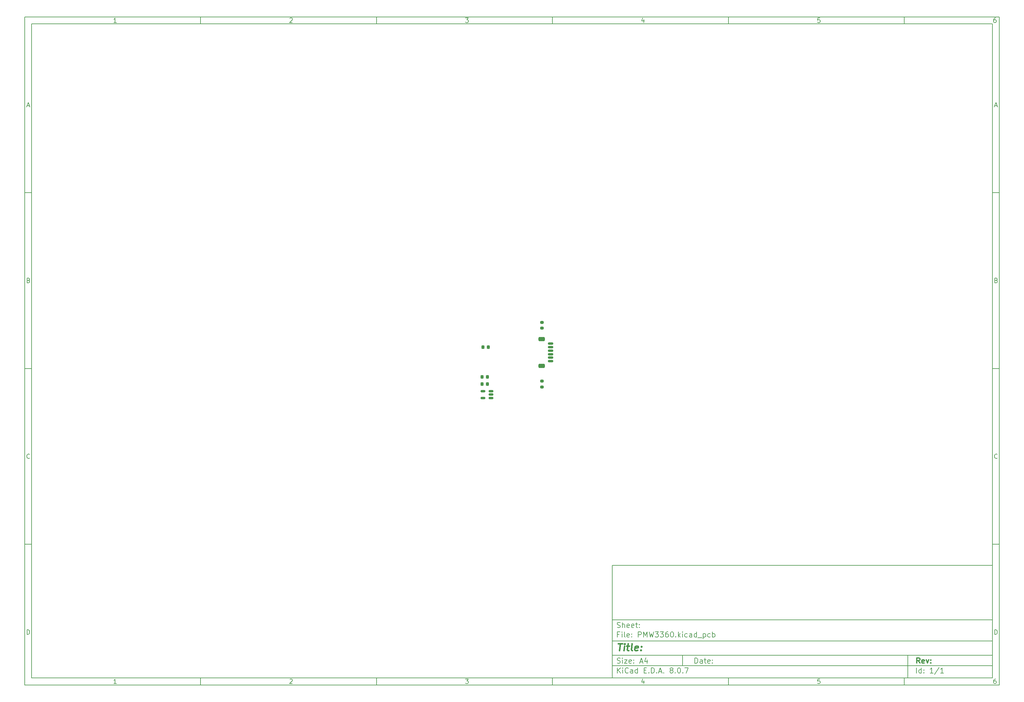
<source format=gbr>
%TF.GenerationSoftware,KiCad,Pcbnew,8.0.7*%
%TF.CreationDate,2024-12-27T17:18:50-08:00*%
%TF.ProjectId,PMW3360,504d5733-3336-4302-9e6b-696361645f70,rev?*%
%TF.SameCoordinates,Original*%
%TF.FileFunction,Paste,Top*%
%TF.FilePolarity,Positive*%
%FSLAX46Y46*%
G04 Gerber Fmt 4.6, Leading zero omitted, Abs format (unit mm)*
G04 Created by KiCad (PCBNEW 8.0.7) date 2024-12-27 17:18:50*
%MOMM*%
%LPD*%
G01*
G04 APERTURE LIST*
G04 Aperture macros list*
%AMRoundRect*
0 Rectangle with rounded corners*
0 $1 Rounding radius*
0 $2 $3 $4 $5 $6 $7 $8 $9 X,Y pos of 4 corners*
0 Add a 4 corners polygon primitive as box body*
4,1,4,$2,$3,$4,$5,$6,$7,$8,$9,$2,$3,0*
0 Add four circle primitives for the rounded corners*
1,1,$1+$1,$2,$3*
1,1,$1+$1,$4,$5*
1,1,$1+$1,$6,$7*
1,1,$1+$1,$8,$9*
0 Add four rect primitives between the rounded corners*
20,1,$1+$1,$2,$3,$4,$5,0*
20,1,$1+$1,$4,$5,$6,$7,0*
20,1,$1+$1,$6,$7,$8,$9,0*
20,1,$1+$1,$8,$9,$2,$3,0*%
G04 Aperture macros list end*
%ADD10C,0.100000*%
%ADD11C,0.150000*%
%ADD12C,0.300000*%
%ADD13C,0.400000*%
%ADD14RoundRect,0.150000X0.625000X-0.150000X0.625000X0.150000X-0.625000X0.150000X-0.625000X-0.150000X0*%
%ADD15RoundRect,0.250000X0.650000X-0.350000X0.650000X0.350000X-0.650000X0.350000X-0.650000X-0.350000X0*%
%ADD16RoundRect,0.200000X-0.275000X0.200000X-0.275000X-0.200000X0.275000X-0.200000X0.275000X0.200000X0*%
%ADD17RoundRect,0.225000X-0.225000X-0.250000X0.225000X-0.250000X0.225000X0.250000X-0.225000X0.250000X0*%
%ADD18RoundRect,0.150000X0.512500X0.150000X-0.512500X0.150000X-0.512500X-0.150000X0.512500X-0.150000X0*%
%ADD19RoundRect,0.225000X0.225000X0.250000X-0.225000X0.250000X-0.225000X-0.250000X0.225000X-0.250000X0*%
G04 APERTURE END LIST*
D10*
D11*
X177002200Y-166007200D02*
X285002200Y-166007200D01*
X285002200Y-198007200D01*
X177002200Y-198007200D01*
X177002200Y-166007200D01*
D10*
D11*
X10000000Y-10000000D02*
X287002200Y-10000000D01*
X287002200Y-200007200D01*
X10000000Y-200007200D01*
X10000000Y-10000000D01*
D10*
D11*
X12000000Y-12000000D02*
X285002200Y-12000000D01*
X285002200Y-198007200D01*
X12000000Y-198007200D01*
X12000000Y-12000000D01*
D10*
D11*
X60000000Y-12000000D02*
X60000000Y-10000000D01*
D10*
D11*
X110000000Y-12000000D02*
X110000000Y-10000000D01*
D10*
D11*
X160000000Y-12000000D02*
X160000000Y-10000000D01*
D10*
D11*
X210000000Y-12000000D02*
X210000000Y-10000000D01*
D10*
D11*
X260000000Y-12000000D02*
X260000000Y-10000000D01*
D10*
D11*
X36089160Y-11593604D02*
X35346303Y-11593604D01*
X35717731Y-11593604D02*
X35717731Y-10293604D01*
X35717731Y-10293604D02*
X35593922Y-10479319D01*
X35593922Y-10479319D02*
X35470112Y-10603128D01*
X35470112Y-10603128D02*
X35346303Y-10665033D01*
D10*
D11*
X85346303Y-10417414D02*
X85408207Y-10355509D01*
X85408207Y-10355509D02*
X85532017Y-10293604D01*
X85532017Y-10293604D02*
X85841541Y-10293604D01*
X85841541Y-10293604D02*
X85965350Y-10355509D01*
X85965350Y-10355509D02*
X86027255Y-10417414D01*
X86027255Y-10417414D02*
X86089160Y-10541223D01*
X86089160Y-10541223D02*
X86089160Y-10665033D01*
X86089160Y-10665033D02*
X86027255Y-10850747D01*
X86027255Y-10850747D02*
X85284398Y-11593604D01*
X85284398Y-11593604D02*
X86089160Y-11593604D01*
D10*
D11*
X135284398Y-10293604D02*
X136089160Y-10293604D01*
X136089160Y-10293604D02*
X135655826Y-10788842D01*
X135655826Y-10788842D02*
X135841541Y-10788842D01*
X135841541Y-10788842D02*
X135965350Y-10850747D01*
X135965350Y-10850747D02*
X136027255Y-10912652D01*
X136027255Y-10912652D02*
X136089160Y-11036461D01*
X136089160Y-11036461D02*
X136089160Y-11345985D01*
X136089160Y-11345985D02*
X136027255Y-11469795D01*
X136027255Y-11469795D02*
X135965350Y-11531700D01*
X135965350Y-11531700D02*
X135841541Y-11593604D01*
X135841541Y-11593604D02*
X135470112Y-11593604D01*
X135470112Y-11593604D02*
X135346303Y-11531700D01*
X135346303Y-11531700D02*
X135284398Y-11469795D01*
D10*
D11*
X185965350Y-10726938D02*
X185965350Y-11593604D01*
X185655826Y-10231700D02*
X185346303Y-11160271D01*
X185346303Y-11160271D02*
X186151064Y-11160271D01*
D10*
D11*
X236027255Y-10293604D02*
X235408207Y-10293604D01*
X235408207Y-10293604D02*
X235346303Y-10912652D01*
X235346303Y-10912652D02*
X235408207Y-10850747D01*
X235408207Y-10850747D02*
X235532017Y-10788842D01*
X235532017Y-10788842D02*
X235841541Y-10788842D01*
X235841541Y-10788842D02*
X235965350Y-10850747D01*
X235965350Y-10850747D02*
X236027255Y-10912652D01*
X236027255Y-10912652D02*
X236089160Y-11036461D01*
X236089160Y-11036461D02*
X236089160Y-11345985D01*
X236089160Y-11345985D02*
X236027255Y-11469795D01*
X236027255Y-11469795D02*
X235965350Y-11531700D01*
X235965350Y-11531700D02*
X235841541Y-11593604D01*
X235841541Y-11593604D02*
X235532017Y-11593604D01*
X235532017Y-11593604D02*
X235408207Y-11531700D01*
X235408207Y-11531700D02*
X235346303Y-11469795D01*
D10*
D11*
X285965350Y-10293604D02*
X285717731Y-10293604D01*
X285717731Y-10293604D02*
X285593922Y-10355509D01*
X285593922Y-10355509D02*
X285532017Y-10417414D01*
X285532017Y-10417414D02*
X285408207Y-10603128D01*
X285408207Y-10603128D02*
X285346303Y-10850747D01*
X285346303Y-10850747D02*
X285346303Y-11345985D01*
X285346303Y-11345985D02*
X285408207Y-11469795D01*
X285408207Y-11469795D02*
X285470112Y-11531700D01*
X285470112Y-11531700D02*
X285593922Y-11593604D01*
X285593922Y-11593604D02*
X285841541Y-11593604D01*
X285841541Y-11593604D02*
X285965350Y-11531700D01*
X285965350Y-11531700D02*
X286027255Y-11469795D01*
X286027255Y-11469795D02*
X286089160Y-11345985D01*
X286089160Y-11345985D02*
X286089160Y-11036461D01*
X286089160Y-11036461D02*
X286027255Y-10912652D01*
X286027255Y-10912652D02*
X285965350Y-10850747D01*
X285965350Y-10850747D02*
X285841541Y-10788842D01*
X285841541Y-10788842D02*
X285593922Y-10788842D01*
X285593922Y-10788842D02*
X285470112Y-10850747D01*
X285470112Y-10850747D02*
X285408207Y-10912652D01*
X285408207Y-10912652D02*
X285346303Y-11036461D01*
D10*
D11*
X60000000Y-198007200D02*
X60000000Y-200007200D01*
D10*
D11*
X110000000Y-198007200D02*
X110000000Y-200007200D01*
D10*
D11*
X160000000Y-198007200D02*
X160000000Y-200007200D01*
D10*
D11*
X210000000Y-198007200D02*
X210000000Y-200007200D01*
D10*
D11*
X260000000Y-198007200D02*
X260000000Y-200007200D01*
D10*
D11*
X36089160Y-199600804D02*
X35346303Y-199600804D01*
X35717731Y-199600804D02*
X35717731Y-198300804D01*
X35717731Y-198300804D02*
X35593922Y-198486519D01*
X35593922Y-198486519D02*
X35470112Y-198610328D01*
X35470112Y-198610328D02*
X35346303Y-198672233D01*
D10*
D11*
X85346303Y-198424614D02*
X85408207Y-198362709D01*
X85408207Y-198362709D02*
X85532017Y-198300804D01*
X85532017Y-198300804D02*
X85841541Y-198300804D01*
X85841541Y-198300804D02*
X85965350Y-198362709D01*
X85965350Y-198362709D02*
X86027255Y-198424614D01*
X86027255Y-198424614D02*
X86089160Y-198548423D01*
X86089160Y-198548423D02*
X86089160Y-198672233D01*
X86089160Y-198672233D02*
X86027255Y-198857947D01*
X86027255Y-198857947D02*
X85284398Y-199600804D01*
X85284398Y-199600804D02*
X86089160Y-199600804D01*
D10*
D11*
X135284398Y-198300804D02*
X136089160Y-198300804D01*
X136089160Y-198300804D02*
X135655826Y-198796042D01*
X135655826Y-198796042D02*
X135841541Y-198796042D01*
X135841541Y-198796042D02*
X135965350Y-198857947D01*
X135965350Y-198857947D02*
X136027255Y-198919852D01*
X136027255Y-198919852D02*
X136089160Y-199043661D01*
X136089160Y-199043661D02*
X136089160Y-199353185D01*
X136089160Y-199353185D02*
X136027255Y-199476995D01*
X136027255Y-199476995D02*
X135965350Y-199538900D01*
X135965350Y-199538900D02*
X135841541Y-199600804D01*
X135841541Y-199600804D02*
X135470112Y-199600804D01*
X135470112Y-199600804D02*
X135346303Y-199538900D01*
X135346303Y-199538900D02*
X135284398Y-199476995D01*
D10*
D11*
X185965350Y-198734138D02*
X185965350Y-199600804D01*
X185655826Y-198238900D02*
X185346303Y-199167471D01*
X185346303Y-199167471D02*
X186151064Y-199167471D01*
D10*
D11*
X236027255Y-198300804D02*
X235408207Y-198300804D01*
X235408207Y-198300804D02*
X235346303Y-198919852D01*
X235346303Y-198919852D02*
X235408207Y-198857947D01*
X235408207Y-198857947D02*
X235532017Y-198796042D01*
X235532017Y-198796042D02*
X235841541Y-198796042D01*
X235841541Y-198796042D02*
X235965350Y-198857947D01*
X235965350Y-198857947D02*
X236027255Y-198919852D01*
X236027255Y-198919852D02*
X236089160Y-199043661D01*
X236089160Y-199043661D02*
X236089160Y-199353185D01*
X236089160Y-199353185D02*
X236027255Y-199476995D01*
X236027255Y-199476995D02*
X235965350Y-199538900D01*
X235965350Y-199538900D02*
X235841541Y-199600804D01*
X235841541Y-199600804D02*
X235532017Y-199600804D01*
X235532017Y-199600804D02*
X235408207Y-199538900D01*
X235408207Y-199538900D02*
X235346303Y-199476995D01*
D10*
D11*
X285965350Y-198300804D02*
X285717731Y-198300804D01*
X285717731Y-198300804D02*
X285593922Y-198362709D01*
X285593922Y-198362709D02*
X285532017Y-198424614D01*
X285532017Y-198424614D02*
X285408207Y-198610328D01*
X285408207Y-198610328D02*
X285346303Y-198857947D01*
X285346303Y-198857947D02*
X285346303Y-199353185D01*
X285346303Y-199353185D02*
X285408207Y-199476995D01*
X285408207Y-199476995D02*
X285470112Y-199538900D01*
X285470112Y-199538900D02*
X285593922Y-199600804D01*
X285593922Y-199600804D02*
X285841541Y-199600804D01*
X285841541Y-199600804D02*
X285965350Y-199538900D01*
X285965350Y-199538900D02*
X286027255Y-199476995D01*
X286027255Y-199476995D02*
X286089160Y-199353185D01*
X286089160Y-199353185D02*
X286089160Y-199043661D01*
X286089160Y-199043661D02*
X286027255Y-198919852D01*
X286027255Y-198919852D02*
X285965350Y-198857947D01*
X285965350Y-198857947D02*
X285841541Y-198796042D01*
X285841541Y-198796042D02*
X285593922Y-198796042D01*
X285593922Y-198796042D02*
X285470112Y-198857947D01*
X285470112Y-198857947D02*
X285408207Y-198919852D01*
X285408207Y-198919852D02*
X285346303Y-199043661D01*
D10*
D11*
X10000000Y-60000000D02*
X12000000Y-60000000D01*
D10*
D11*
X10000000Y-110000000D02*
X12000000Y-110000000D01*
D10*
D11*
X10000000Y-160000000D02*
X12000000Y-160000000D01*
D10*
D11*
X10690476Y-35222176D02*
X11309523Y-35222176D01*
X10566666Y-35593604D02*
X10999999Y-34293604D01*
X10999999Y-34293604D02*
X11433333Y-35593604D01*
D10*
D11*
X11092857Y-84912652D02*
X11278571Y-84974557D01*
X11278571Y-84974557D02*
X11340476Y-85036461D01*
X11340476Y-85036461D02*
X11402380Y-85160271D01*
X11402380Y-85160271D02*
X11402380Y-85345985D01*
X11402380Y-85345985D02*
X11340476Y-85469795D01*
X11340476Y-85469795D02*
X11278571Y-85531700D01*
X11278571Y-85531700D02*
X11154761Y-85593604D01*
X11154761Y-85593604D02*
X10659523Y-85593604D01*
X10659523Y-85593604D02*
X10659523Y-84293604D01*
X10659523Y-84293604D02*
X11092857Y-84293604D01*
X11092857Y-84293604D02*
X11216666Y-84355509D01*
X11216666Y-84355509D02*
X11278571Y-84417414D01*
X11278571Y-84417414D02*
X11340476Y-84541223D01*
X11340476Y-84541223D02*
X11340476Y-84665033D01*
X11340476Y-84665033D02*
X11278571Y-84788842D01*
X11278571Y-84788842D02*
X11216666Y-84850747D01*
X11216666Y-84850747D02*
X11092857Y-84912652D01*
X11092857Y-84912652D02*
X10659523Y-84912652D01*
D10*
D11*
X11402380Y-135469795D02*
X11340476Y-135531700D01*
X11340476Y-135531700D02*
X11154761Y-135593604D01*
X11154761Y-135593604D02*
X11030952Y-135593604D01*
X11030952Y-135593604D02*
X10845238Y-135531700D01*
X10845238Y-135531700D02*
X10721428Y-135407890D01*
X10721428Y-135407890D02*
X10659523Y-135284080D01*
X10659523Y-135284080D02*
X10597619Y-135036461D01*
X10597619Y-135036461D02*
X10597619Y-134850747D01*
X10597619Y-134850747D02*
X10659523Y-134603128D01*
X10659523Y-134603128D02*
X10721428Y-134479319D01*
X10721428Y-134479319D02*
X10845238Y-134355509D01*
X10845238Y-134355509D02*
X11030952Y-134293604D01*
X11030952Y-134293604D02*
X11154761Y-134293604D01*
X11154761Y-134293604D02*
X11340476Y-134355509D01*
X11340476Y-134355509D02*
X11402380Y-134417414D01*
D10*
D11*
X10659523Y-185593604D02*
X10659523Y-184293604D01*
X10659523Y-184293604D02*
X10969047Y-184293604D01*
X10969047Y-184293604D02*
X11154761Y-184355509D01*
X11154761Y-184355509D02*
X11278571Y-184479319D01*
X11278571Y-184479319D02*
X11340476Y-184603128D01*
X11340476Y-184603128D02*
X11402380Y-184850747D01*
X11402380Y-184850747D02*
X11402380Y-185036461D01*
X11402380Y-185036461D02*
X11340476Y-185284080D01*
X11340476Y-185284080D02*
X11278571Y-185407890D01*
X11278571Y-185407890D02*
X11154761Y-185531700D01*
X11154761Y-185531700D02*
X10969047Y-185593604D01*
X10969047Y-185593604D02*
X10659523Y-185593604D01*
D10*
D11*
X287002200Y-60000000D02*
X285002200Y-60000000D01*
D10*
D11*
X287002200Y-110000000D02*
X285002200Y-110000000D01*
D10*
D11*
X287002200Y-160000000D02*
X285002200Y-160000000D01*
D10*
D11*
X285692676Y-35222176D02*
X286311723Y-35222176D01*
X285568866Y-35593604D02*
X286002199Y-34293604D01*
X286002199Y-34293604D02*
X286435533Y-35593604D01*
D10*
D11*
X286095057Y-84912652D02*
X286280771Y-84974557D01*
X286280771Y-84974557D02*
X286342676Y-85036461D01*
X286342676Y-85036461D02*
X286404580Y-85160271D01*
X286404580Y-85160271D02*
X286404580Y-85345985D01*
X286404580Y-85345985D02*
X286342676Y-85469795D01*
X286342676Y-85469795D02*
X286280771Y-85531700D01*
X286280771Y-85531700D02*
X286156961Y-85593604D01*
X286156961Y-85593604D02*
X285661723Y-85593604D01*
X285661723Y-85593604D02*
X285661723Y-84293604D01*
X285661723Y-84293604D02*
X286095057Y-84293604D01*
X286095057Y-84293604D02*
X286218866Y-84355509D01*
X286218866Y-84355509D02*
X286280771Y-84417414D01*
X286280771Y-84417414D02*
X286342676Y-84541223D01*
X286342676Y-84541223D02*
X286342676Y-84665033D01*
X286342676Y-84665033D02*
X286280771Y-84788842D01*
X286280771Y-84788842D02*
X286218866Y-84850747D01*
X286218866Y-84850747D02*
X286095057Y-84912652D01*
X286095057Y-84912652D02*
X285661723Y-84912652D01*
D10*
D11*
X286404580Y-135469795D02*
X286342676Y-135531700D01*
X286342676Y-135531700D02*
X286156961Y-135593604D01*
X286156961Y-135593604D02*
X286033152Y-135593604D01*
X286033152Y-135593604D02*
X285847438Y-135531700D01*
X285847438Y-135531700D02*
X285723628Y-135407890D01*
X285723628Y-135407890D02*
X285661723Y-135284080D01*
X285661723Y-135284080D02*
X285599819Y-135036461D01*
X285599819Y-135036461D02*
X285599819Y-134850747D01*
X285599819Y-134850747D02*
X285661723Y-134603128D01*
X285661723Y-134603128D02*
X285723628Y-134479319D01*
X285723628Y-134479319D02*
X285847438Y-134355509D01*
X285847438Y-134355509D02*
X286033152Y-134293604D01*
X286033152Y-134293604D02*
X286156961Y-134293604D01*
X286156961Y-134293604D02*
X286342676Y-134355509D01*
X286342676Y-134355509D02*
X286404580Y-134417414D01*
D10*
D11*
X285661723Y-185593604D02*
X285661723Y-184293604D01*
X285661723Y-184293604D02*
X285971247Y-184293604D01*
X285971247Y-184293604D02*
X286156961Y-184355509D01*
X286156961Y-184355509D02*
X286280771Y-184479319D01*
X286280771Y-184479319D02*
X286342676Y-184603128D01*
X286342676Y-184603128D02*
X286404580Y-184850747D01*
X286404580Y-184850747D02*
X286404580Y-185036461D01*
X286404580Y-185036461D02*
X286342676Y-185284080D01*
X286342676Y-185284080D02*
X286280771Y-185407890D01*
X286280771Y-185407890D02*
X286156961Y-185531700D01*
X286156961Y-185531700D02*
X285971247Y-185593604D01*
X285971247Y-185593604D02*
X285661723Y-185593604D01*
D10*
D11*
X200458026Y-193793328D02*
X200458026Y-192293328D01*
X200458026Y-192293328D02*
X200815169Y-192293328D01*
X200815169Y-192293328D02*
X201029455Y-192364757D01*
X201029455Y-192364757D02*
X201172312Y-192507614D01*
X201172312Y-192507614D02*
X201243741Y-192650471D01*
X201243741Y-192650471D02*
X201315169Y-192936185D01*
X201315169Y-192936185D02*
X201315169Y-193150471D01*
X201315169Y-193150471D02*
X201243741Y-193436185D01*
X201243741Y-193436185D02*
X201172312Y-193579042D01*
X201172312Y-193579042D02*
X201029455Y-193721900D01*
X201029455Y-193721900D02*
X200815169Y-193793328D01*
X200815169Y-193793328D02*
X200458026Y-193793328D01*
X202600884Y-193793328D02*
X202600884Y-193007614D01*
X202600884Y-193007614D02*
X202529455Y-192864757D01*
X202529455Y-192864757D02*
X202386598Y-192793328D01*
X202386598Y-192793328D02*
X202100884Y-192793328D01*
X202100884Y-192793328D02*
X201958026Y-192864757D01*
X202600884Y-193721900D02*
X202458026Y-193793328D01*
X202458026Y-193793328D02*
X202100884Y-193793328D01*
X202100884Y-193793328D02*
X201958026Y-193721900D01*
X201958026Y-193721900D02*
X201886598Y-193579042D01*
X201886598Y-193579042D02*
X201886598Y-193436185D01*
X201886598Y-193436185D02*
X201958026Y-193293328D01*
X201958026Y-193293328D02*
X202100884Y-193221900D01*
X202100884Y-193221900D02*
X202458026Y-193221900D01*
X202458026Y-193221900D02*
X202600884Y-193150471D01*
X203100884Y-192793328D02*
X203672312Y-192793328D01*
X203315169Y-192293328D02*
X203315169Y-193579042D01*
X203315169Y-193579042D02*
X203386598Y-193721900D01*
X203386598Y-193721900D02*
X203529455Y-193793328D01*
X203529455Y-193793328D02*
X203672312Y-193793328D01*
X204743741Y-193721900D02*
X204600884Y-193793328D01*
X204600884Y-193793328D02*
X204315170Y-193793328D01*
X204315170Y-193793328D02*
X204172312Y-193721900D01*
X204172312Y-193721900D02*
X204100884Y-193579042D01*
X204100884Y-193579042D02*
X204100884Y-193007614D01*
X204100884Y-193007614D02*
X204172312Y-192864757D01*
X204172312Y-192864757D02*
X204315170Y-192793328D01*
X204315170Y-192793328D02*
X204600884Y-192793328D01*
X204600884Y-192793328D02*
X204743741Y-192864757D01*
X204743741Y-192864757D02*
X204815170Y-193007614D01*
X204815170Y-193007614D02*
X204815170Y-193150471D01*
X204815170Y-193150471D02*
X204100884Y-193293328D01*
X205458026Y-193650471D02*
X205529455Y-193721900D01*
X205529455Y-193721900D02*
X205458026Y-193793328D01*
X205458026Y-193793328D02*
X205386598Y-193721900D01*
X205386598Y-193721900D02*
X205458026Y-193650471D01*
X205458026Y-193650471D02*
X205458026Y-193793328D01*
X205458026Y-192864757D02*
X205529455Y-192936185D01*
X205529455Y-192936185D02*
X205458026Y-193007614D01*
X205458026Y-193007614D02*
X205386598Y-192936185D01*
X205386598Y-192936185D02*
X205458026Y-192864757D01*
X205458026Y-192864757D02*
X205458026Y-193007614D01*
D10*
D11*
X177002200Y-194507200D02*
X285002200Y-194507200D01*
D10*
D11*
X178458026Y-196593328D02*
X178458026Y-195093328D01*
X179315169Y-196593328D02*
X178672312Y-195736185D01*
X179315169Y-195093328D02*
X178458026Y-195950471D01*
X179958026Y-196593328D02*
X179958026Y-195593328D01*
X179958026Y-195093328D02*
X179886598Y-195164757D01*
X179886598Y-195164757D02*
X179958026Y-195236185D01*
X179958026Y-195236185D02*
X180029455Y-195164757D01*
X180029455Y-195164757D02*
X179958026Y-195093328D01*
X179958026Y-195093328D02*
X179958026Y-195236185D01*
X181529455Y-196450471D02*
X181458027Y-196521900D01*
X181458027Y-196521900D02*
X181243741Y-196593328D01*
X181243741Y-196593328D02*
X181100884Y-196593328D01*
X181100884Y-196593328D02*
X180886598Y-196521900D01*
X180886598Y-196521900D02*
X180743741Y-196379042D01*
X180743741Y-196379042D02*
X180672312Y-196236185D01*
X180672312Y-196236185D02*
X180600884Y-195950471D01*
X180600884Y-195950471D02*
X180600884Y-195736185D01*
X180600884Y-195736185D02*
X180672312Y-195450471D01*
X180672312Y-195450471D02*
X180743741Y-195307614D01*
X180743741Y-195307614D02*
X180886598Y-195164757D01*
X180886598Y-195164757D02*
X181100884Y-195093328D01*
X181100884Y-195093328D02*
X181243741Y-195093328D01*
X181243741Y-195093328D02*
X181458027Y-195164757D01*
X181458027Y-195164757D02*
X181529455Y-195236185D01*
X182815170Y-196593328D02*
X182815170Y-195807614D01*
X182815170Y-195807614D02*
X182743741Y-195664757D01*
X182743741Y-195664757D02*
X182600884Y-195593328D01*
X182600884Y-195593328D02*
X182315170Y-195593328D01*
X182315170Y-195593328D02*
X182172312Y-195664757D01*
X182815170Y-196521900D02*
X182672312Y-196593328D01*
X182672312Y-196593328D02*
X182315170Y-196593328D01*
X182315170Y-196593328D02*
X182172312Y-196521900D01*
X182172312Y-196521900D02*
X182100884Y-196379042D01*
X182100884Y-196379042D02*
X182100884Y-196236185D01*
X182100884Y-196236185D02*
X182172312Y-196093328D01*
X182172312Y-196093328D02*
X182315170Y-196021900D01*
X182315170Y-196021900D02*
X182672312Y-196021900D01*
X182672312Y-196021900D02*
X182815170Y-195950471D01*
X184172313Y-196593328D02*
X184172313Y-195093328D01*
X184172313Y-196521900D02*
X184029455Y-196593328D01*
X184029455Y-196593328D02*
X183743741Y-196593328D01*
X183743741Y-196593328D02*
X183600884Y-196521900D01*
X183600884Y-196521900D02*
X183529455Y-196450471D01*
X183529455Y-196450471D02*
X183458027Y-196307614D01*
X183458027Y-196307614D02*
X183458027Y-195879042D01*
X183458027Y-195879042D02*
X183529455Y-195736185D01*
X183529455Y-195736185D02*
X183600884Y-195664757D01*
X183600884Y-195664757D02*
X183743741Y-195593328D01*
X183743741Y-195593328D02*
X184029455Y-195593328D01*
X184029455Y-195593328D02*
X184172313Y-195664757D01*
X186029455Y-195807614D02*
X186529455Y-195807614D01*
X186743741Y-196593328D02*
X186029455Y-196593328D01*
X186029455Y-196593328D02*
X186029455Y-195093328D01*
X186029455Y-195093328D02*
X186743741Y-195093328D01*
X187386598Y-196450471D02*
X187458027Y-196521900D01*
X187458027Y-196521900D02*
X187386598Y-196593328D01*
X187386598Y-196593328D02*
X187315170Y-196521900D01*
X187315170Y-196521900D02*
X187386598Y-196450471D01*
X187386598Y-196450471D02*
X187386598Y-196593328D01*
X188100884Y-196593328D02*
X188100884Y-195093328D01*
X188100884Y-195093328D02*
X188458027Y-195093328D01*
X188458027Y-195093328D02*
X188672313Y-195164757D01*
X188672313Y-195164757D02*
X188815170Y-195307614D01*
X188815170Y-195307614D02*
X188886599Y-195450471D01*
X188886599Y-195450471D02*
X188958027Y-195736185D01*
X188958027Y-195736185D02*
X188958027Y-195950471D01*
X188958027Y-195950471D02*
X188886599Y-196236185D01*
X188886599Y-196236185D02*
X188815170Y-196379042D01*
X188815170Y-196379042D02*
X188672313Y-196521900D01*
X188672313Y-196521900D02*
X188458027Y-196593328D01*
X188458027Y-196593328D02*
X188100884Y-196593328D01*
X189600884Y-196450471D02*
X189672313Y-196521900D01*
X189672313Y-196521900D02*
X189600884Y-196593328D01*
X189600884Y-196593328D02*
X189529456Y-196521900D01*
X189529456Y-196521900D02*
X189600884Y-196450471D01*
X189600884Y-196450471D02*
X189600884Y-196593328D01*
X190243742Y-196164757D02*
X190958028Y-196164757D01*
X190100885Y-196593328D02*
X190600885Y-195093328D01*
X190600885Y-195093328D02*
X191100885Y-196593328D01*
X191600884Y-196450471D02*
X191672313Y-196521900D01*
X191672313Y-196521900D02*
X191600884Y-196593328D01*
X191600884Y-196593328D02*
X191529456Y-196521900D01*
X191529456Y-196521900D02*
X191600884Y-196450471D01*
X191600884Y-196450471D02*
X191600884Y-196593328D01*
X193672313Y-195736185D02*
X193529456Y-195664757D01*
X193529456Y-195664757D02*
X193458027Y-195593328D01*
X193458027Y-195593328D02*
X193386599Y-195450471D01*
X193386599Y-195450471D02*
X193386599Y-195379042D01*
X193386599Y-195379042D02*
X193458027Y-195236185D01*
X193458027Y-195236185D02*
X193529456Y-195164757D01*
X193529456Y-195164757D02*
X193672313Y-195093328D01*
X193672313Y-195093328D02*
X193958027Y-195093328D01*
X193958027Y-195093328D02*
X194100885Y-195164757D01*
X194100885Y-195164757D02*
X194172313Y-195236185D01*
X194172313Y-195236185D02*
X194243742Y-195379042D01*
X194243742Y-195379042D02*
X194243742Y-195450471D01*
X194243742Y-195450471D02*
X194172313Y-195593328D01*
X194172313Y-195593328D02*
X194100885Y-195664757D01*
X194100885Y-195664757D02*
X193958027Y-195736185D01*
X193958027Y-195736185D02*
X193672313Y-195736185D01*
X193672313Y-195736185D02*
X193529456Y-195807614D01*
X193529456Y-195807614D02*
X193458027Y-195879042D01*
X193458027Y-195879042D02*
X193386599Y-196021900D01*
X193386599Y-196021900D02*
X193386599Y-196307614D01*
X193386599Y-196307614D02*
X193458027Y-196450471D01*
X193458027Y-196450471D02*
X193529456Y-196521900D01*
X193529456Y-196521900D02*
X193672313Y-196593328D01*
X193672313Y-196593328D02*
X193958027Y-196593328D01*
X193958027Y-196593328D02*
X194100885Y-196521900D01*
X194100885Y-196521900D02*
X194172313Y-196450471D01*
X194172313Y-196450471D02*
X194243742Y-196307614D01*
X194243742Y-196307614D02*
X194243742Y-196021900D01*
X194243742Y-196021900D02*
X194172313Y-195879042D01*
X194172313Y-195879042D02*
X194100885Y-195807614D01*
X194100885Y-195807614D02*
X193958027Y-195736185D01*
X194886598Y-196450471D02*
X194958027Y-196521900D01*
X194958027Y-196521900D02*
X194886598Y-196593328D01*
X194886598Y-196593328D02*
X194815170Y-196521900D01*
X194815170Y-196521900D02*
X194886598Y-196450471D01*
X194886598Y-196450471D02*
X194886598Y-196593328D01*
X195886599Y-195093328D02*
X196029456Y-195093328D01*
X196029456Y-195093328D02*
X196172313Y-195164757D01*
X196172313Y-195164757D02*
X196243742Y-195236185D01*
X196243742Y-195236185D02*
X196315170Y-195379042D01*
X196315170Y-195379042D02*
X196386599Y-195664757D01*
X196386599Y-195664757D02*
X196386599Y-196021900D01*
X196386599Y-196021900D02*
X196315170Y-196307614D01*
X196315170Y-196307614D02*
X196243742Y-196450471D01*
X196243742Y-196450471D02*
X196172313Y-196521900D01*
X196172313Y-196521900D02*
X196029456Y-196593328D01*
X196029456Y-196593328D02*
X195886599Y-196593328D01*
X195886599Y-196593328D02*
X195743742Y-196521900D01*
X195743742Y-196521900D02*
X195672313Y-196450471D01*
X195672313Y-196450471D02*
X195600884Y-196307614D01*
X195600884Y-196307614D02*
X195529456Y-196021900D01*
X195529456Y-196021900D02*
X195529456Y-195664757D01*
X195529456Y-195664757D02*
X195600884Y-195379042D01*
X195600884Y-195379042D02*
X195672313Y-195236185D01*
X195672313Y-195236185D02*
X195743742Y-195164757D01*
X195743742Y-195164757D02*
X195886599Y-195093328D01*
X197029455Y-196450471D02*
X197100884Y-196521900D01*
X197100884Y-196521900D02*
X197029455Y-196593328D01*
X197029455Y-196593328D02*
X196958027Y-196521900D01*
X196958027Y-196521900D02*
X197029455Y-196450471D01*
X197029455Y-196450471D02*
X197029455Y-196593328D01*
X197600884Y-195093328D02*
X198600884Y-195093328D01*
X198600884Y-195093328D02*
X197958027Y-196593328D01*
D10*
D11*
X177002200Y-191507200D02*
X285002200Y-191507200D01*
D10*
D12*
X264413853Y-193785528D02*
X263913853Y-193071242D01*
X263556710Y-193785528D02*
X263556710Y-192285528D01*
X263556710Y-192285528D02*
X264128139Y-192285528D01*
X264128139Y-192285528D02*
X264270996Y-192356957D01*
X264270996Y-192356957D02*
X264342425Y-192428385D01*
X264342425Y-192428385D02*
X264413853Y-192571242D01*
X264413853Y-192571242D02*
X264413853Y-192785528D01*
X264413853Y-192785528D02*
X264342425Y-192928385D01*
X264342425Y-192928385D02*
X264270996Y-192999814D01*
X264270996Y-192999814D02*
X264128139Y-193071242D01*
X264128139Y-193071242D02*
X263556710Y-193071242D01*
X265628139Y-193714100D02*
X265485282Y-193785528D01*
X265485282Y-193785528D02*
X265199568Y-193785528D01*
X265199568Y-193785528D02*
X265056710Y-193714100D01*
X265056710Y-193714100D02*
X264985282Y-193571242D01*
X264985282Y-193571242D02*
X264985282Y-192999814D01*
X264985282Y-192999814D02*
X265056710Y-192856957D01*
X265056710Y-192856957D02*
X265199568Y-192785528D01*
X265199568Y-192785528D02*
X265485282Y-192785528D01*
X265485282Y-192785528D02*
X265628139Y-192856957D01*
X265628139Y-192856957D02*
X265699568Y-192999814D01*
X265699568Y-192999814D02*
X265699568Y-193142671D01*
X265699568Y-193142671D02*
X264985282Y-193285528D01*
X266199567Y-192785528D02*
X266556710Y-193785528D01*
X266556710Y-193785528D02*
X266913853Y-192785528D01*
X267485281Y-193642671D02*
X267556710Y-193714100D01*
X267556710Y-193714100D02*
X267485281Y-193785528D01*
X267485281Y-193785528D02*
X267413853Y-193714100D01*
X267413853Y-193714100D02*
X267485281Y-193642671D01*
X267485281Y-193642671D02*
X267485281Y-193785528D01*
X267485281Y-192856957D02*
X267556710Y-192928385D01*
X267556710Y-192928385D02*
X267485281Y-192999814D01*
X267485281Y-192999814D02*
X267413853Y-192928385D01*
X267413853Y-192928385D02*
X267485281Y-192856957D01*
X267485281Y-192856957D02*
X267485281Y-192999814D01*
D10*
D11*
X178386598Y-193721900D02*
X178600884Y-193793328D01*
X178600884Y-193793328D02*
X178958026Y-193793328D01*
X178958026Y-193793328D02*
X179100884Y-193721900D01*
X179100884Y-193721900D02*
X179172312Y-193650471D01*
X179172312Y-193650471D02*
X179243741Y-193507614D01*
X179243741Y-193507614D02*
X179243741Y-193364757D01*
X179243741Y-193364757D02*
X179172312Y-193221900D01*
X179172312Y-193221900D02*
X179100884Y-193150471D01*
X179100884Y-193150471D02*
X178958026Y-193079042D01*
X178958026Y-193079042D02*
X178672312Y-193007614D01*
X178672312Y-193007614D02*
X178529455Y-192936185D01*
X178529455Y-192936185D02*
X178458026Y-192864757D01*
X178458026Y-192864757D02*
X178386598Y-192721900D01*
X178386598Y-192721900D02*
X178386598Y-192579042D01*
X178386598Y-192579042D02*
X178458026Y-192436185D01*
X178458026Y-192436185D02*
X178529455Y-192364757D01*
X178529455Y-192364757D02*
X178672312Y-192293328D01*
X178672312Y-192293328D02*
X179029455Y-192293328D01*
X179029455Y-192293328D02*
X179243741Y-192364757D01*
X179886597Y-193793328D02*
X179886597Y-192793328D01*
X179886597Y-192293328D02*
X179815169Y-192364757D01*
X179815169Y-192364757D02*
X179886597Y-192436185D01*
X179886597Y-192436185D02*
X179958026Y-192364757D01*
X179958026Y-192364757D02*
X179886597Y-192293328D01*
X179886597Y-192293328D02*
X179886597Y-192436185D01*
X180458026Y-192793328D02*
X181243741Y-192793328D01*
X181243741Y-192793328D02*
X180458026Y-193793328D01*
X180458026Y-193793328D02*
X181243741Y-193793328D01*
X182386598Y-193721900D02*
X182243741Y-193793328D01*
X182243741Y-193793328D02*
X181958027Y-193793328D01*
X181958027Y-193793328D02*
X181815169Y-193721900D01*
X181815169Y-193721900D02*
X181743741Y-193579042D01*
X181743741Y-193579042D02*
X181743741Y-193007614D01*
X181743741Y-193007614D02*
X181815169Y-192864757D01*
X181815169Y-192864757D02*
X181958027Y-192793328D01*
X181958027Y-192793328D02*
X182243741Y-192793328D01*
X182243741Y-192793328D02*
X182386598Y-192864757D01*
X182386598Y-192864757D02*
X182458027Y-193007614D01*
X182458027Y-193007614D02*
X182458027Y-193150471D01*
X182458027Y-193150471D02*
X181743741Y-193293328D01*
X183100883Y-193650471D02*
X183172312Y-193721900D01*
X183172312Y-193721900D02*
X183100883Y-193793328D01*
X183100883Y-193793328D02*
X183029455Y-193721900D01*
X183029455Y-193721900D02*
X183100883Y-193650471D01*
X183100883Y-193650471D02*
X183100883Y-193793328D01*
X183100883Y-192864757D02*
X183172312Y-192936185D01*
X183172312Y-192936185D02*
X183100883Y-193007614D01*
X183100883Y-193007614D02*
X183029455Y-192936185D01*
X183029455Y-192936185D02*
X183100883Y-192864757D01*
X183100883Y-192864757D02*
X183100883Y-193007614D01*
X184886598Y-193364757D02*
X185600884Y-193364757D01*
X184743741Y-193793328D02*
X185243741Y-192293328D01*
X185243741Y-192293328D02*
X185743741Y-193793328D01*
X186886598Y-192793328D02*
X186886598Y-193793328D01*
X186529455Y-192221900D02*
X186172312Y-193293328D01*
X186172312Y-193293328D02*
X187100883Y-193293328D01*
D10*
D11*
X263458026Y-196593328D02*
X263458026Y-195093328D01*
X264815170Y-196593328D02*
X264815170Y-195093328D01*
X264815170Y-196521900D02*
X264672312Y-196593328D01*
X264672312Y-196593328D02*
X264386598Y-196593328D01*
X264386598Y-196593328D02*
X264243741Y-196521900D01*
X264243741Y-196521900D02*
X264172312Y-196450471D01*
X264172312Y-196450471D02*
X264100884Y-196307614D01*
X264100884Y-196307614D02*
X264100884Y-195879042D01*
X264100884Y-195879042D02*
X264172312Y-195736185D01*
X264172312Y-195736185D02*
X264243741Y-195664757D01*
X264243741Y-195664757D02*
X264386598Y-195593328D01*
X264386598Y-195593328D02*
X264672312Y-195593328D01*
X264672312Y-195593328D02*
X264815170Y-195664757D01*
X265529455Y-196450471D02*
X265600884Y-196521900D01*
X265600884Y-196521900D02*
X265529455Y-196593328D01*
X265529455Y-196593328D02*
X265458027Y-196521900D01*
X265458027Y-196521900D02*
X265529455Y-196450471D01*
X265529455Y-196450471D02*
X265529455Y-196593328D01*
X265529455Y-195664757D02*
X265600884Y-195736185D01*
X265600884Y-195736185D02*
X265529455Y-195807614D01*
X265529455Y-195807614D02*
X265458027Y-195736185D01*
X265458027Y-195736185D02*
X265529455Y-195664757D01*
X265529455Y-195664757D02*
X265529455Y-195807614D01*
X268172313Y-196593328D02*
X267315170Y-196593328D01*
X267743741Y-196593328D02*
X267743741Y-195093328D01*
X267743741Y-195093328D02*
X267600884Y-195307614D01*
X267600884Y-195307614D02*
X267458027Y-195450471D01*
X267458027Y-195450471D02*
X267315170Y-195521900D01*
X269886598Y-195021900D02*
X268600884Y-196950471D01*
X271172313Y-196593328D02*
X270315170Y-196593328D01*
X270743741Y-196593328D02*
X270743741Y-195093328D01*
X270743741Y-195093328D02*
X270600884Y-195307614D01*
X270600884Y-195307614D02*
X270458027Y-195450471D01*
X270458027Y-195450471D02*
X270315170Y-195521900D01*
D10*
D11*
X177002200Y-187507200D02*
X285002200Y-187507200D01*
D10*
D13*
X178693928Y-188211638D02*
X179836785Y-188211638D01*
X179015357Y-190211638D02*
X179265357Y-188211638D01*
X180253452Y-190211638D02*
X180420119Y-188878304D01*
X180503452Y-188211638D02*
X180396309Y-188306876D01*
X180396309Y-188306876D02*
X180479643Y-188402114D01*
X180479643Y-188402114D02*
X180586786Y-188306876D01*
X180586786Y-188306876D02*
X180503452Y-188211638D01*
X180503452Y-188211638D02*
X180479643Y-188402114D01*
X181086786Y-188878304D02*
X181848690Y-188878304D01*
X181455833Y-188211638D02*
X181241548Y-189925923D01*
X181241548Y-189925923D02*
X181312976Y-190116400D01*
X181312976Y-190116400D02*
X181491548Y-190211638D01*
X181491548Y-190211638D02*
X181682024Y-190211638D01*
X182634405Y-190211638D02*
X182455833Y-190116400D01*
X182455833Y-190116400D02*
X182384405Y-189925923D01*
X182384405Y-189925923D02*
X182598690Y-188211638D01*
X184170119Y-190116400D02*
X183967738Y-190211638D01*
X183967738Y-190211638D02*
X183586785Y-190211638D01*
X183586785Y-190211638D02*
X183408214Y-190116400D01*
X183408214Y-190116400D02*
X183336785Y-189925923D01*
X183336785Y-189925923D02*
X183432024Y-189164019D01*
X183432024Y-189164019D02*
X183551071Y-188973542D01*
X183551071Y-188973542D02*
X183753452Y-188878304D01*
X183753452Y-188878304D02*
X184134404Y-188878304D01*
X184134404Y-188878304D02*
X184312976Y-188973542D01*
X184312976Y-188973542D02*
X184384404Y-189164019D01*
X184384404Y-189164019D02*
X184360595Y-189354495D01*
X184360595Y-189354495D02*
X183384404Y-189544971D01*
X185134405Y-190021161D02*
X185217738Y-190116400D01*
X185217738Y-190116400D02*
X185110595Y-190211638D01*
X185110595Y-190211638D02*
X185027262Y-190116400D01*
X185027262Y-190116400D02*
X185134405Y-190021161D01*
X185134405Y-190021161D02*
X185110595Y-190211638D01*
X185265357Y-188973542D02*
X185348690Y-189068780D01*
X185348690Y-189068780D02*
X185241548Y-189164019D01*
X185241548Y-189164019D02*
X185158214Y-189068780D01*
X185158214Y-189068780D02*
X185265357Y-188973542D01*
X185265357Y-188973542D02*
X185241548Y-189164019D01*
D10*
D11*
X178958026Y-185607614D02*
X178458026Y-185607614D01*
X178458026Y-186393328D02*
X178458026Y-184893328D01*
X178458026Y-184893328D02*
X179172312Y-184893328D01*
X179743740Y-186393328D02*
X179743740Y-185393328D01*
X179743740Y-184893328D02*
X179672312Y-184964757D01*
X179672312Y-184964757D02*
X179743740Y-185036185D01*
X179743740Y-185036185D02*
X179815169Y-184964757D01*
X179815169Y-184964757D02*
X179743740Y-184893328D01*
X179743740Y-184893328D02*
X179743740Y-185036185D01*
X180672312Y-186393328D02*
X180529455Y-186321900D01*
X180529455Y-186321900D02*
X180458026Y-186179042D01*
X180458026Y-186179042D02*
X180458026Y-184893328D01*
X181815169Y-186321900D02*
X181672312Y-186393328D01*
X181672312Y-186393328D02*
X181386598Y-186393328D01*
X181386598Y-186393328D02*
X181243740Y-186321900D01*
X181243740Y-186321900D02*
X181172312Y-186179042D01*
X181172312Y-186179042D02*
X181172312Y-185607614D01*
X181172312Y-185607614D02*
X181243740Y-185464757D01*
X181243740Y-185464757D02*
X181386598Y-185393328D01*
X181386598Y-185393328D02*
X181672312Y-185393328D01*
X181672312Y-185393328D02*
X181815169Y-185464757D01*
X181815169Y-185464757D02*
X181886598Y-185607614D01*
X181886598Y-185607614D02*
X181886598Y-185750471D01*
X181886598Y-185750471D02*
X181172312Y-185893328D01*
X182529454Y-186250471D02*
X182600883Y-186321900D01*
X182600883Y-186321900D02*
X182529454Y-186393328D01*
X182529454Y-186393328D02*
X182458026Y-186321900D01*
X182458026Y-186321900D02*
X182529454Y-186250471D01*
X182529454Y-186250471D02*
X182529454Y-186393328D01*
X182529454Y-185464757D02*
X182600883Y-185536185D01*
X182600883Y-185536185D02*
X182529454Y-185607614D01*
X182529454Y-185607614D02*
X182458026Y-185536185D01*
X182458026Y-185536185D02*
X182529454Y-185464757D01*
X182529454Y-185464757D02*
X182529454Y-185607614D01*
X184386597Y-186393328D02*
X184386597Y-184893328D01*
X184386597Y-184893328D02*
X184958026Y-184893328D01*
X184958026Y-184893328D02*
X185100883Y-184964757D01*
X185100883Y-184964757D02*
X185172312Y-185036185D01*
X185172312Y-185036185D02*
X185243740Y-185179042D01*
X185243740Y-185179042D02*
X185243740Y-185393328D01*
X185243740Y-185393328D02*
X185172312Y-185536185D01*
X185172312Y-185536185D02*
X185100883Y-185607614D01*
X185100883Y-185607614D02*
X184958026Y-185679042D01*
X184958026Y-185679042D02*
X184386597Y-185679042D01*
X185886597Y-186393328D02*
X185886597Y-184893328D01*
X185886597Y-184893328D02*
X186386597Y-185964757D01*
X186386597Y-185964757D02*
X186886597Y-184893328D01*
X186886597Y-184893328D02*
X186886597Y-186393328D01*
X187458026Y-184893328D02*
X187815169Y-186393328D01*
X187815169Y-186393328D02*
X188100883Y-185321900D01*
X188100883Y-185321900D02*
X188386598Y-186393328D01*
X188386598Y-186393328D02*
X188743741Y-184893328D01*
X189172312Y-184893328D02*
X190100884Y-184893328D01*
X190100884Y-184893328D02*
X189600884Y-185464757D01*
X189600884Y-185464757D02*
X189815169Y-185464757D01*
X189815169Y-185464757D02*
X189958027Y-185536185D01*
X189958027Y-185536185D02*
X190029455Y-185607614D01*
X190029455Y-185607614D02*
X190100884Y-185750471D01*
X190100884Y-185750471D02*
X190100884Y-186107614D01*
X190100884Y-186107614D02*
X190029455Y-186250471D01*
X190029455Y-186250471D02*
X189958027Y-186321900D01*
X189958027Y-186321900D02*
X189815169Y-186393328D01*
X189815169Y-186393328D02*
X189386598Y-186393328D01*
X189386598Y-186393328D02*
X189243741Y-186321900D01*
X189243741Y-186321900D02*
X189172312Y-186250471D01*
X190600883Y-184893328D02*
X191529455Y-184893328D01*
X191529455Y-184893328D02*
X191029455Y-185464757D01*
X191029455Y-185464757D02*
X191243740Y-185464757D01*
X191243740Y-185464757D02*
X191386598Y-185536185D01*
X191386598Y-185536185D02*
X191458026Y-185607614D01*
X191458026Y-185607614D02*
X191529455Y-185750471D01*
X191529455Y-185750471D02*
X191529455Y-186107614D01*
X191529455Y-186107614D02*
X191458026Y-186250471D01*
X191458026Y-186250471D02*
X191386598Y-186321900D01*
X191386598Y-186321900D02*
X191243740Y-186393328D01*
X191243740Y-186393328D02*
X190815169Y-186393328D01*
X190815169Y-186393328D02*
X190672312Y-186321900D01*
X190672312Y-186321900D02*
X190600883Y-186250471D01*
X192815169Y-184893328D02*
X192529454Y-184893328D01*
X192529454Y-184893328D02*
X192386597Y-184964757D01*
X192386597Y-184964757D02*
X192315169Y-185036185D01*
X192315169Y-185036185D02*
X192172311Y-185250471D01*
X192172311Y-185250471D02*
X192100883Y-185536185D01*
X192100883Y-185536185D02*
X192100883Y-186107614D01*
X192100883Y-186107614D02*
X192172311Y-186250471D01*
X192172311Y-186250471D02*
X192243740Y-186321900D01*
X192243740Y-186321900D02*
X192386597Y-186393328D01*
X192386597Y-186393328D02*
X192672311Y-186393328D01*
X192672311Y-186393328D02*
X192815169Y-186321900D01*
X192815169Y-186321900D02*
X192886597Y-186250471D01*
X192886597Y-186250471D02*
X192958026Y-186107614D01*
X192958026Y-186107614D02*
X192958026Y-185750471D01*
X192958026Y-185750471D02*
X192886597Y-185607614D01*
X192886597Y-185607614D02*
X192815169Y-185536185D01*
X192815169Y-185536185D02*
X192672311Y-185464757D01*
X192672311Y-185464757D02*
X192386597Y-185464757D01*
X192386597Y-185464757D02*
X192243740Y-185536185D01*
X192243740Y-185536185D02*
X192172311Y-185607614D01*
X192172311Y-185607614D02*
X192100883Y-185750471D01*
X193886597Y-184893328D02*
X194029454Y-184893328D01*
X194029454Y-184893328D02*
X194172311Y-184964757D01*
X194172311Y-184964757D02*
X194243740Y-185036185D01*
X194243740Y-185036185D02*
X194315168Y-185179042D01*
X194315168Y-185179042D02*
X194386597Y-185464757D01*
X194386597Y-185464757D02*
X194386597Y-185821900D01*
X194386597Y-185821900D02*
X194315168Y-186107614D01*
X194315168Y-186107614D02*
X194243740Y-186250471D01*
X194243740Y-186250471D02*
X194172311Y-186321900D01*
X194172311Y-186321900D02*
X194029454Y-186393328D01*
X194029454Y-186393328D02*
X193886597Y-186393328D01*
X193886597Y-186393328D02*
X193743740Y-186321900D01*
X193743740Y-186321900D02*
X193672311Y-186250471D01*
X193672311Y-186250471D02*
X193600882Y-186107614D01*
X193600882Y-186107614D02*
X193529454Y-185821900D01*
X193529454Y-185821900D02*
X193529454Y-185464757D01*
X193529454Y-185464757D02*
X193600882Y-185179042D01*
X193600882Y-185179042D02*
X193672311Y-185036185D01*
X193672311Y-185036185D02*
X193743740Y-184964757D01*
X193743740Y-184964757D02*
X193886597Y-184893328D01*
X195029453Y-186250471D02*
X195100882Y-186321900D01*
X195100882Y-186321900D02*
X195029453Y-186393328D01*
X195029453Y-186393328D02*
X194958025Y-186321900D01*
X194958025Y-186321900D02*
X195029453Y-186250471D01*
X195029453Y-186250471D02*
X195029453Y-186393328D01*
X195743739Y-186393328D02*
X195743739Y-184893328D01*
X195886597Y-185821900D02*
X196315168Y-186393328D01*
X196315168Y-185393328D02*
X195743739Y-185964757D01*
X196958025Y-186393328D02*
X196958025Y-185393328D01*
X196958025Y-184893328D02*
X196886597Y-184964757D01*
X196886597Y-184964757D02*
X196958025Y-185036185D01*
X196958025Y-185036185D02*
X197029454Y-184964757D01*
X197029454Y-184964757D02*
X196958025Y-184893328D01*
X196958025Y-184893328D02*
X196958025Y-185036185D01*
X198315169Y-186321900D02*
X198172311Y-186393328D01*
X198172311Y-186393328D02*
X197886597Y-186393328D01*
X197886597Y-186393328D02*
X197743740Y-186321900D01*
X197743740Y-186321900D02*
X197672311Y-186250471D01*
X197672311Y-186250471D02*
X197600883Y-186107614D01*
X197600883Y-186107614D02*
X197600883Y-185679042D01*
X197600883Y-185679042D02*
X197672311Y-185536185D01*
X197672311Y-185536185D02*
X197743740Y-185464757D01*
X197743740Y-185464757D02*
X197886597Y-185393328D01*
X197886597Y-185393328D02*
X198172311Y-185393328D01*
X198172311Y-185393328D02*
X198315169Y-185464757D01*
X199600883Y-186393328D02*
X199600883Y-185607614D01*
X199600883Y-185607614D02*
X199529454Y-185464757D01*
X199529454Y-185464757D02*
X199386597Y-185393328D01*
X199386597Y-185393328D02*
X199100883Y-185393328D01*
X199100883Y-185393328D02*
X198958025Y-185464757D01*
X199600883Y-186321900D02*
X199458025Y-186393328D01*
X199458025Y-186393328D02*
X199100883Y-186393328D01*
X199100883Y-186393328D02*
X198958025Y-186321900D01*
X198958025Y-186321900D02*
X198886597Y-186179042D01*
X198886597Y-186179042D02*
X198886597Y-186036185D01*
X198886597Y-186036185D02*
X198958025Y-185893328D01*
X198958025Y-185893328D02*
X199100883Y-185821900D01*
X199100883Y-185821900D02*
X199458025Y-185821900D01*
X199458025Y-185821900D02*
X199600883Y-185750471D01*
X200958026Y-186393328D02*
X200958026Y-184893328D01*
X200958026Y-186321900D02*
X200815168Y-186393328D01*
X200815168Y-186393328D02*
X200529454Y-186393328D01*
X200529454Y-186393328D02*
X200386597Y-186321900D01*
X200386597Y-186321900D02*
X200315168Y-186250471D01*
X200315168Y-186250471D02*
X200243740Y-186107614D01*
X200243740Y-186107614D02*
X200243740Y-185679042D01*
X200243740Y-185679042D02*
X200315168Y-185536185D01*
X200315168Y-185536185D02*
X200386597Y-185464757D01*
X200386597Y-185464757D02*
X200529454Y-185393328D01*
X200529454Y-185393328D02*
X200815168Y-185393328D01*
X200815168Y-185393328D02*
X200958026Y-185464757D01*
X201315169Y-186536185D02*
X202458026Y-186536185D01*
X202815168Y-185393328D02*
X202815168Y-186893328D01*
X202815168Y-185464757D02*
X202958026Y-185393328D01*
X202958026Y-185393328D02*
X203243740Y-185393328D01*
X203243740Y-185393328D02*
X203386597Y-185464757D01*
X203386597Y-185464757D02*
X203458026Y-185536185D01*
X203458026Y-185536185D02*
X203529454Y-185679042D01*
X203529454Y-185679042D02*
X203529454Y-186107614D01*
X203529454Y-186107614D02*
X203458026Y-186250471D01*
X203458026Y-186250471D02*
X203386597Y-186321900D01*
X203386597Y-186321900D02*
X203243740Y-186393328D01*
X203243740Y-186393328D02*
X202958026Y-186393328D01*
X202958026Y-186393328D02*
X202815168Y-186321900D01*
X204815169Y-186321900D02*
X204672311Y-186393328D01*
X204672311Y-186393328D02*
X204386597Y-186393328D01*
X204386597Y-186393328D02*
X204243740Y-186321900D01*
X204243740Y-186321900D02*
X204172311Y-186250471D01*
X204172311Y-186250471D02*
X204100883Y-186107614D01*
X204100883Y-186107614D02*
X204100883Y-185679042D01*
X204100883Y-185679042D02*
X204172311Y-185536185D01*
X204172311Y-185536185D02*
X204243740Y-185464757D01*
X204243740Y-185464757D02*
X204386597Y-185393328D01*
X204386597Y-185393328D02*
X204672311Y-185393328D01*
X204672311Y-185393328D02*
X204815169Y-185464757D01*
X205458025Y-186393328D02*
X205458025Y-184893328D01*
X205458025Y-185464757D02*
X205600883Y-185393328D01*
X205600883Y-185393328D02*
X205886597Y-185393328D01*
X205886597Y-185393328D02*
X206029454Y-185464757D01*
X206029454Y-185464757D02*
X206100883Y-185536185D01*
X206100883Y-185536185D02*
X206172311Y-185679042D01*
X206172311Y-185679042D02*
X206172311Y-186107614D01*
X206172311Y-186107614D02*
X206100883Y-186250471D01*
X206100883Y-186250471D02*
X206029454Y-186321900D01*
X206029454Y-186321900D02*
X205886597Y-186393328D01*
X205886597Y-186393328D02*
X205600883Y-186393328D01*
X205600883Y-186393328D02*
X205458025Y-186321900D01*
D10*
D11*
X177002200Y-181507200D02*
X285002200Y-181507200D01*
D10*
D11*
X178386598Y-183621900D02*
X178600884Y-183693328D01*
X178600884Y-183693328D02*
X178958026Y-183693328D01*
X178958026Y-183693328D02*
X179100884Y-183621900D01*
X179100884Y-183621900D02*
X179172312Y-183550471D01*
X179172312Y-183550471D02*
X179243741Y-183407614D01*
X179243741Y-183407614D02*
X179243741Y-183264757D01*
X179243741Y-183264757D02*
X179172312Y-183121900D01*
X179172312Y-183121900D02*
X179100884Y-183050471D01*
X179100884Y-183050471D02*
X178958026Y-182979042D01*
X178958026Y-182979042D02*
X178672312Y-182907614D01*
X178672312Y-182907614D02*
X178529455Y-182836185D01*
X178529455Y-182836185D02*
X178458026Y-182764757D01*
X178458026Y-182764757D02*
X178386598Y-182621900D01*
X178386598Y-182621900D02*
X178386598Y-182479042D01*
X178386598Y-182479042D02*
X178458026Y-182336185D01*
X178458026Y-182336185D02*
X178529455Y-182264757D01*
X178529455Y-182264757D02*
X178672312Y-182193328D01*
X178672312Y-182193328D02*
X179029455Y-182193328D01*
X179029455Y-182193328D02*
X179243741Y-182264757D01*
X179886597Y-183693328D02*
X179886597Y-182193328D01*
X180529455Y-183693328D02*
X180529455Y-182907614D01*
X180529455Y-182907614D02*
X180458026Y-182764757D01*
X180458026Y-182764757D02*
X180315169Y-182693328D01*
X180315169Y-182693328D02*
X180100883Y-182693328D01*
X180100883Y-182693328D02*
X179958026Y-182764757D01*
X179958026Y-182764757D02*
X179886597Y-182836185D01*
X181815169Y-183621900D02*
X181672312Y-183693328D01*
X181672312Y-183693328D02*
X181386598Y-183693328D01*
X181386598Y-183693328D02*
X181243740Y-183621900D01*
X181243740Y-183621900D02*
X181172312Y-183479042D01*
X181172312Y-183479042D02*
X181172312Y-182907614D01*
X181172312Y-182907614D02*
X181243740Y-182764757D01*
X181243740Y-182764757D02*
X181386598Y-182693328D01*
X181386598Y-182693328D02*
X181672312Y-182693328D01*
X181672312Y-182693328D02*
X181815169Y-182764757D01*
X181815169Y-182764757D02*
X181886598Y-182907614D01*
X181886598Y-182907614D02*
X181886598Y-183050471D01*
X181886598Y-183050471D02*
X181172312Y-183193328D01*
X183100883Y-183621900D02*
X182958026Y-183693328D01*
X182958026Y-183693328D02*
X182672312Y-183693328D01*
X182672312Y-183693328D02*
X182529454Y-183621900D01*
X182529454Y-183621900D02*
X182458026Y-183479042D01*
X182458026Y-183479042D02*
X182458026Y-182907614D01*
X182458026Y-182907614D02*
X182529454Y-182764757D01*
X182529454Y-182764757D02*
X182672312Y-182693328D01*
X182672312Y-182693328D02*
X182958026Y-182693328D01*
X182958026Y-182693328D02*
X183100883Y-182764757D01*
X183100883Y-182764757D02*
X183172312Y-182907614D01*
X183172312Y-182907614D02*
X183172312Y-183050471D01*
X183172312Y-183050471D02*
X182458026Y-183193328D01*
X183600883Y-182693328D02*
X184172311Y-182693328D01*
X183815168Y-182193328D02*
X183815168Y-183479042D01*
X183815168Y-183479042D02*
X183886597Y-183621900D01*
X183886597Y-183621900D02*
X184029454Y-183693328D01*
X184029454Y-183693328D02*
X184172311Y-183693328D01*
X184672311Y-183550471D02*
X184743740Y-183621900D01*
X184743740Y-183621900D02*
X184672311Y-183693328D01*
X184672311Y-183693328D02*
X184600883Y-183621900D01*
X184600883Y-183621900D02*
X184672311Y-183550471D01*
X184672311Y-183550471D02*
X184672311Y-183693328D01*
X184672311Y-182764757D02*
X184743740Y-182836185D01*
X184743740Y-182836185D02*
X184672311Y-182907614D01*
X184672311Y-182907614D02*
X184600883Y-182836185D01*
X184600883Y-182836185D02*
X184672311Y-182764757D01*
X184672311Y-182764757D02*
X184672311Y-182907614D01*
D10*
D11*
X197002200Y-191507200D02*
X197002200Y-194507200D01*
D10*
D11*
X261002200Y-191507200D02*
X261002200Y-198007200D01*
D14*
X159425000Y-107910000D03*
X159425000Y-106910000D03*
X159425000Y-105910000D03*
X159425000Y-104910000D03*
X159425000Y-103910000D03*
X159425000Y-102910000D03*
D15*
X156900000Y-109210000D03*
X156900000Y-101610000D03*
D16*
X157000000Y-113585000D03*
X157000000Y-115235000D03*
X157000000Y-96885000D03*
X157000000Y-98535000D03*
D17*
X139950000Y-114410000D03*
X141500000Y-114410000D03*
X139950000Y-112410000D03*
X141500000Y-112410000D03*
D18*
X142500000Y-118360000D03*
X142500000Y-117410000D03*
X142500000Y-116460000D03*
X140225000Y-116460000D03*
X140225000Y-118360000D03*
D19*
X141775000Y-103910000D03*
X140225000Y-103910000D03*
M02*

</source>
